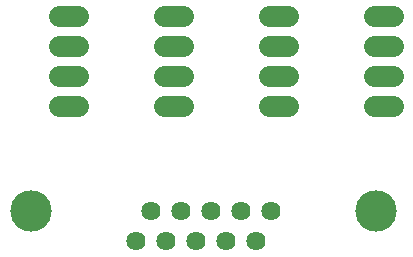
<source format=gts>
G75*
G70*
%OFA0B0*%
%FSLAX24Y24*%
%IPPOS*%
%LPD*%
%AMOC8*
5,1,8,0,0,1.08239X$1,22.5*
%
%ADD10C,0.1379*%
%ADD11C,0.0714*%
%ADD12C,0.0640*%
D10*
X001901Y002274D03*
X013401Y002274D03*
D11*
X013334Y005774D02*
X013968Y005774D01*
X013968Y006774D02*
X013334Y006774D01*
X013334Y007774D02*
X013968Y007774D01*
X013968Y008774D02*
X013334Y008774D01*
X010468Y008774D02*
X009834Y008774D01*
X009834Y007774D02*
X010468Y007774D01*
X010468Y006774D02*
X009834Y006774D01*
X009834Y005774D02*
X010468Y005774D01*
X006968Y005774D02*
X006334Y005774D01*
X006334Y006774D02*
X006968Y006774D01*
X006968Y007774D02*
X006334Y007774D01*
X006334Y008774D02*
X006968Y008774D01*
X003468Y008774D02*
X002834Y008774D01*
X002834Y007774D02*
X003468Y007774D01*
X003468Y006774D02*
X002834Y006774D01*
X002834Y005774D02*
X003468Y005774D01*
D12*
X005901Y002274D03*
X006901Y002274D03*
X007901Y002274D03*
X008901Y002274D03*
X009901Y002274D03*
X009401Y001274D03*
X008401Y001274D03*
X007401Y001274D03*
X006401Y001274D03*
X005401Y001274D03*
M02*

</source>
